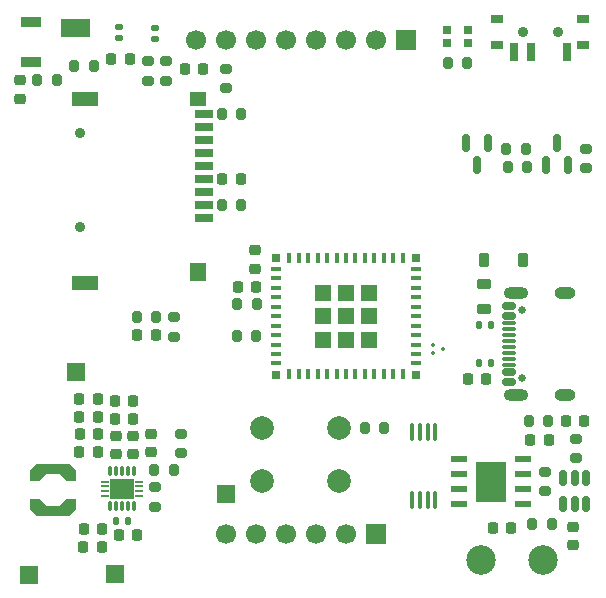
<source format=gbr>
%TF.GenerationSoftware,KiCad,Pcbnew,9.0.1*%
%TF.CreationDate,2025-09-05T18:40:03+02:00*%
%TF.ProjectId,cartouche v1,63617274-6f75-4636-9865-2076312e6b69,rev?*%
%TF.SameCoordinates,Original*%
%TF.FileFunction,Soldermask,Top*%
%TF.FilePolarity,Negative*%
%FSLAX46Y46*%
G04 Gerber Fmt 4.6, Leading zero omitted, Abs format (unit mm)*
G04 Created by KiCad (PCBNEW 9.0.1) date 2025-09-05 18:40:03*
%MOMM*%
%LPD*%
G01*
G04 APERTURE LIST*
G04 Aperture macros list*
%AMRoundRect*
0 Rectangle with rounded corners*
0 $1 Rounding radius*
0 $2 $3 $4 $5 $6 $7 $8 $9 X,Y pos of 4 corners*
0 Add a 4 corners polygon primitive as box body*
4,1,4,$2,$3,$4,$5,$6,$7,$8,$9,$2,$3,0*
0 Add four circle primitives for the rounded corners*
1,1,$1+$1,$2,$3*
1,1,$1+$1,$4,$5*
1,1,$1+$1,$6,$7*
1,1,$1+$1,$8,$9*
0 Add four rect primitives between the rounded corners*
20,1,$1+$1,$2,$3,$4,$5,0*
20,1,$1+$1,$4,$5,$6,$7,0*
20,1,$1+$1,$6,$7,$8,$9,0*
20,1,$1+$1,$8,$9,$2,$3,0*%
%AMFreePoly0*
4,1,11,1.015000,1.170000,0.435000,0.575000,0.435000,-0.575000,1.015000,-1.170000,1.015000,-1.945000,0.125000,-1.945000,-0.435000,-1.395000,-0.435000,1.395000,0.125000,1.945000,1.015000,1.945000,1.015000,1.170000,1.015000,1.170000,$1*%
%AMFreePoly1*
4,1,11,0.435000,1.395000,0.435000,-1.395000,-0.125000,-1.945000,-1.015000,-1.945000,-1.015000,-1.170000,-0.435000,-0.575000,-0.435000,0.575000,-1.015000,1.170000,-1.015000,1.945000,-0.125000,1.945000,0.435000,1.395000,0.435000,1.395000,$1*%
%AMFreePoly2*
4,1,6,1.000000,0.000000,0.500000,-0.750000,-0.500000,-0.750000,-0.500000,0.750000,0.500000,0.750000,1.000000,0.000000,1.000000,0.000000,$1*%
%AMFreePoly3*
4,1,6,0.500000,-0.750000,-0.650000,-0.750000,-0.150000,0.000000,-0.650000,0.750000,0.500000,0.750000,0.500000,-0.750000,0.500000,-0.750000,$1*%
G04 Aperture macros list end*
%ADD10C,0.650000*%
%ADD11RoundRect,0.150000X0.425000X-0.150000X0.425000X0.150000X-0.425000X0.150000X-0.425000X-0.150000X0*%
%ADD12RoundRect,0.075000X0.500000X-0.075000X0.500000X0.075000X-0.500000X0.075000X-0.500000X-0.075000X0*%
%ADD13O,2.100000X1.000000*%
%ADD14O,1.800000X1.000000*%
%ADD15R,1.000000X0.800000*%
%ADD16C,0.900000*%
%ADD17R,0.700000X1.500000*%
%ADD18R,1.600000X0.700000*%
%ADD19R,2.200000X1.200000*%
%ADD20R,1.400000X1.600000*%
%ADD21R,1.400000X1.200000*%
%ADD22RoundRect,0.200000X0.200000X0.275000X-0.200000X0.275000X-0.200000X-0.275000X0.200000X-0.275000X0*%
%ADD23RoundRect,0.200000X-0.200000X-0.275000X0.200000X-0.275000X0.200000X0.275000X-0.200000X0.275000X0*%
%ADD24RoundRect,0.200000X-0.275000X0.200000X-0.275000X-0.200000X0.275000X-0.200000X0.275000X0.200000X0*%
%ADD25RoundRect,0.135000X0.135000X0.185000X-0.135000X0.185000X-0.135000X-0.185000X0.135000X-0.185000X0*%
%ADD26RoundRect,0.200000X0.275000X-0.200000X0.275000X0.200000X-0.275000X0.200000X-0.275000X-0.200000X0*%
%ADD27RoundRect,0.075000X-0.075000X0.075000X-0.075000X-0.075000X0.075000X-0.075000X0.075000X0.075000X0*%
%ADD28RoundRect,0.225000X0.225000X0.250000X-0.225000X0.250000X-0.225000X-0.250000X0.225000X-0.250000X0*%
%ADD29RoundRect,0.225000X-0.225000X-0.250000X0.225000X-0.250000X0.225000X0.250000X-0.225000X0.250000X0*%
%ADD30R,1.500000X1.500000*%
%ADD31R,0.280000X0.280000*%
%ADD32O,0.280000X0.850000*%
%ADD33R,0.600000X0.230000*%
%ADD34R,0.700000X0.250000*%
%ADD35R,0.900000X0.650000*%
%ADD36R,2.150000X1.700000*%
%ADD37C,2.000000*%
%ADD38RoundRect,0.225000X-0.250000X0.225000X-0.250000X-0.225000X0.250000X-0.225000X0.250000X0.225000X0*%
%ADD39R,0.700000X0.700000*%
%ADD40RoundRect,0.225000X0.225000X0.375000X-0.225000X0.375000X-0.225000X-0.375000X0.225000X-0.375000X0*%
%ADD41FreePoly0,90.000000*%
%ADD42FreePoly1,90.000000*%
%ADD43RoundRect,0.150000X0.150000X-0.587500X0.150000X0.587500X-0.150000X0.587500X-0.150000X-0.587500X0*%
%ADD44R,1.700000X0.900000*%
%ADD45RoundRect,0.147500X0.172500X-0.147500X0.172500X0.147500X-0.172500X0.147500X-0.172500X-0.147500X0*%
%ADD46RoundRect,0.218750X0.381250X-0.218750X0.381250X0.218750X-0.381250X0.218750X-0.381250X-0.218750X0*%
%ADD47R,1.700000X1.700000*%
%ADD48C,1.700000*%
%ADD49R,1.454899X0.558000*%
%ADD50R,2.514600X3.403600*%
%ADD51RoundRect,0.135000X-0.135000X-0.185000X0.135000X-0.185000X0.135000X0.185000X-0.135000X0.185000X0*%
%ADD52RoundRect,0.225000X0.250000X-0.225000X0.250000X0.225000X-0.250000X0.225000X-0.250000X-0.225000X0*%
%ADD53RoundRect,0.150000X-0.150000X0.512500X-0.150000X-0.512500X0.150000X-0.512500X0.150000X0.512500X0*%
%ADD54FreePoly2,0.000000*%
%ADD55FreePoly3,0.000000*%
%ADD56RoundRect,0.150000X-0.150000X0.587500X-0.150000X-0.587500X0.150000X-0.587500X0.150000X0.587500X0*%
%ADD57R,0.812800X0.406400*%
%ADD58R,0.406400X0.812800*%
%ADD59R,1.447800X1.447800*%
%ADD60R,0.711200X0.711200*%
%ADD61RoundRect,0.100000X0.100000X-0.637500X0.100000X0.637500X-0.100000X0.637500X-0.100000X-0.637500X0*%
%ADD62C,2.500000*%
%ADD63RoundRect,0.218750X0.218750X0.256250X-0.218750X0.256250X-0.218750X-0.256250X0.218750X-0.256250X0*%
G04 APERTURE END LIST*
%TO.C,BMS*%
G36*
X130000000Y-79550000D02*
G01*
X132450000Y-79550000D01*
X132450000Y-81050000D01*
X130000000Y-81050000D01*
X130000000Y-79550000D01*
G37*
%TD*%
D10*
%TO.C,USB-C*%
X168985000Y-109940000D03*
X168985000Y-104160000D03*
D11*
X167910000Y-110250000D03*
X167910000Y-109450000D03*
D12*
X167910000Y-108300000D03*
X167910000Y-107300000D03*
X167910000Y-106800000D03*
X167910000Y-105800000D03*
D11*
X167910000Y-104650000D03*
X167910000Y-103850000D03*
X167910000Y-103850000D03*
X167910000Y-104650000D03*
D12*
X167910000Y-105300000D03*
X167910000Y-106300000D03*
X167910000Y-107800000D03*
X167910000Y-108800000D03*
D11*
X167910000Y-109450000D03*
X167910000Y-110250000D03*
D13*
X168485000Y-111370000D03*
D14*
X172665000Y-111370000D03*
D13*
X168485000Y-102730000D03*
D14*
X172665000Y-102730000D03*
%TD*%
D15*
%TO.C,switch_ON/OFF*%
X174200000Y-81710000D03*
X174200000Y-79500000D03*
D16*
X172050000Y-80600000D03*
X169050000Y-80600000D03*
D15*
X166900000Y-81710000D03*
X166900000Y-79500000D03*
D17*
X172800000Y-82360000D03*
X169800000Y-82360000D03*
X168300000Y-82360000D03*
%TD*%
D16*
%TO.C,MicroSD*%
X131587500Y-97150000D03*
X131587500Y-89150000D03*
D18*
X142087500Y-96350000D03*
X142087500Y-95250000D03*
X142087500Y-94150000D03*
X142087500Y-93050000D03*
X142087500Y-91950000D03*
X142087500Y-90850000D03*
X142087500Y-89750000D03*
X142087500Y-88650000D03*
X142087500Y-87550000D03*
D19*
X131987500Y-101850000D03*
D20*
X141587500Y-100950000D03*
D19*
X131987500Y-86350000D03*
D21*
X141587500Y-86350000D03*
%TD*%
D22*
%TO.C,R4*%
X129625000Y-84700000D03*
X127975000Y-84700000D03*
%TD*%
D23*
%TO.C,R13*%
X137875000Y-117700000D03*
X139525000Y-117700000D03*
%TD*%
D24*
%TO.C,R24*%
X138850000Y-83125000D03*
X138850000Y-84775000D03*
%TD*%
D25*
%TO.C,R16*%
X166410000Y-108650000D03*
X165390000Y-108650000D03*
%TD*%
D26*
%TO.C,R21*%
X143900000Y-85400000D03*
X143900000Y-83750000D03*
%TD*%
D27*
%TO.C,U1*%
X161475000Y-107150000D03*
X161475000Y-107850000D03*
X162325000Y-107500000D03*
%TD*%
D28*
%TO.C,C4*%
X137975000Y-106300000D03*
X136425000Y-106300000D03*
%TD*%
D29*
%TO.C,C18*%
X164425000Y-110000000D03*
X165975000Y-110000000D03*
%TD*%
D30*
%TO.C,GND*%
X127300000Y-126600000D03*
%TD*%
D31*
%TO.C,U_polux1*%
X134125000Y-121060000D03*
D32*
X134125000Y-120775000D03*
D31*
X134625000Y-121060000D03*
D32*
X134625000Y-120775000D03*
D31*
X135125000Y-121060000D03*
D32*
X135125000Y-120775000D03*
D31*
X135625000Y-121060000D03*
D32*
X135625000Y-120775000D03*
D31*
X136125000Y-121060000D03*
D32*
X136125000Y-120775000D03*
X136125000Y-117825000D03*
D31*
X136125000Y-117540000D03*
D32*
X135625000Y-117825000D03*
D31*
X135625000Y-117540000D03*
D32*
X135125000Y-117825000D03*
D31*
X135125000Y-117540000D03*
D32*
X134625000Y-117825000D03*
D31*
X134625000Y-117540000D03*
D32*
X134125000Y-117825000D03*
D31*
X134125000Y-117540000D03*
D33*
X133700000Y-119900000D03*
D34*
X133700000Y-119900000D03*
D33*
X136550000Y-119900000D03*
D34*
X136550000Y-119900000D03*
D35*
X134565000Y-119735000D03*
X135685000Y-119735000D03*
D33*
X133700000Y-119500000D03*
D34*
X133700000Y-119500000D03*
D33*
X136550000Y-119500000D03*
D34*
X136550000Y-119500000D03*
D36*
X135125000Y-119300000D03*
D33*
X133700000Y-119100000D03*
D34*
X133700000Y-119100000D03*
D33*
X136550000Y-119100000D03*
D34*
X136550000Y-119100000D03*
D35*
X134565000Y-118865000D03*
X135685000Y-118865000D03*
D33*
X133700000Y-118700000D03*
D34*
X133700000Y-118700000D03*
D33*
X136550000Y-118700000D03*
D34*
X136550000Y-118700000D03*
%TD*%
D29*
%TO.C,C12*%
X131525000Y-116200000D03*
X133075000Y-116200000D03*
%TD*%
D24*
%TO.C,R10*%
X174400000Y-90500000D03*
X174400000Y-92150000D03*
%TD*%
D37*
%TO.C,S1*%
X147024999Y-114150000D03*
X153524999Y-114150000D03*
X147024999Y-118650000D03*
X153524999Y-118650000D03*
%TD*%
D38*
%TO.C,C11*%
X134600000Y-114825000D03*
X134600000Y-116375000D03*
%TD*%
D29*
%TO.C,C15*%
X131525000Y-113200000D03*
X133075000Y-113200000D03*
%TD*%
D39*
%TO.C,LED_RGB1*%
X164465000Y-81600000D03*
X164465000Y-80500000D03*
X162635000Y-80500000D03*
X162635000Y-81600000D03*
%TD*%
D40*
%TO.C,D1*%
X169100000Y-99900000D03*
X165800000Y-99900000D03*
%TD*%
D41*
%TO.C,U_coil_polux1*%
X129300000Y-121165000D03*
D42*
X129300000Y-117635000D03*
%TD*%
D43*
%TO.C,Q1*%
X171000000Y-91900000D03*
X172900000Y-91900000D03*
X171950000Y-90025000D03*
%TD*%
D24*
%TO.C,R14*%
X140100000Y-114650000D03*
X140100000Y-116300000D03*
%TD*%
D23*
%TO.C,R18*%
X143575000Y-95300000D03*
X145225000Y-95300000D03*
%TD*%
D44*
%TO.C,SW1*%
X127400000Y-79800000D03*
X127400000Y-83200000D03*
%TD*%
D24*
%TO.C,R6*%
X139500000Y-104775000D03*
X139500000Y-106425000D03*
%TD*%
D28*
%TO.C,C16*%
X136075000Y-113400000D03*
X134525000Y-113400000D03*
%TD*%
D45*
%TO.C,charge*%
X137950000Y-81235000D03*
X137950000Y-80265000D03*
%TD*%
D38*
%TO.C,C3*%
X126500000Y-84725000D03*
X126500000Y-86275000D03*
%TD*%
D22*
%TO.C,R19*%
X145225000Y-87600000D03*
X143575000Y-87600000D03*
%TD*%
D46*
%TO.C,L1*%
X165800000Y-104112500D03*
X165800000Y-101987500D03*
%TD*%
D22*
%TO.C,R3*%
X157325000Y-114200000D03*
X155675000Y-114200000D03*
%TD*%
D30*
%TO.C,5V+1*%
X143900000Y-119750000D03*
%TD*%
D24*
%TO.C,R26*%
X137350000Y-83125000D03*
X137350000Y-84775000D03*
%TD*%
D30*
%TO.C,VIN*%
X134500000Y-126500000D03*
%TD*%
D23*
%TO.C,R11*%
X167775000Y-92100000D03*
X169425000Y-92100000D03*
%TD*%
%TO.C,R1*%
X144875000Y-103700000D03*
X146525000Y-103700000D03*
%TD*%
D38*
%TO.C,C10*%
X136100000Y-114825000D03*
X136100000Y-116375000D03*
%TD*%
D28*
%TO.C,C7*%
X136425000Y-123225000D03*
X134875000Y-123225000D03*
%TD*%
D47*
%TO.C,SCREEN*%
X159164999Y-81300000D03*
D48*
X156624999Y-81300000D03*
X154084999Y-81300000D03*
X151544999Y-81300000D03*
X149004999Y-81300000D03*
X146464999Y-81300000D03*
X143924999Y-81300000D03*
X141384999Y-81300000D03*
%TD*%
D24*
%TO.C,R23*%
X170978652Y-117870000D03*
X170978652Y-119520000D03*
%TD*%
D49*
%TO.C,U_TC4056A1*%
X169121348Y-120605000D03*
D50*
X166400000Y-118700000D03*
D49*
X169121348Y-119335000D03*
X169121348Y-118065000D03*
X169121348Y-116795000D03*
X163678652Y-116795000D03*
X163678652Y-118065000D03*
X163678652Y-119335000D03*
X163678652Y-120605000D03*
%TD*%
D51*
%TO.C,R15*%
X165390000Y-105450000D03*
X166410000Y-105450000D03*
%TD*%
D29*
%TO.C,C8*%
X131875000Y-122725000D03*
X133425000Y-122725000D03*
%TD*%
D38*
%TO.C,C1*%
X146400000Y-99125000D03*
X146400000Y-100675000D03*
%TD*%
D22*
%TO.C,R20*%
X146500000Y-106400000D03*
X144850000Y-106400000D03*
%TD*%
%TO.C,R5*%
X132725000Y-83550000D03*
X131075000Y-83550000D03*
%TD*%
D29*
%TO.C,C6*%
X131850000Y-124225000D03*
X133400000Y-124225000D03*
%TD*%
D52*
%TO.C,C22*%
X173300000Y-124075000D03*
X173300000Y-122525000D03*
%TD*%
D47*
%TO.C,J2*%
X156624999Y-123100000D03*
D48*
X154084999Y-123100000D03*
X151544999Y-123100000D03*
X149004999Y-123100000D03*
X146464999Y-123100000D03*
X143924999Y-123100000D03*
%TD*%
D53*
%TO.C,U_DW01A1*%
X174400000Y-118362500D03*
X173450000Y-118362500D03*
X172500000Y-118362500D03*
X172500000Y-120637500D03*
X173450000Y-120637500D03*
X174400000Y-120637500D03*
%TD*%
D29*
%TO.C,C2*%
X144925000Y-102200000D03*
X146475000Y-102200000D03*
%TD*%
%TO.C,C13*%
X131525000Y-111700000D03*
X133075000Y-111700000D03*
%TD*%
D54*
%TO.C,BMS*%
X130500000Y-80300000D03*
D55*
X131950000Y-80300000D03*
%TD*%
D51*
%TO.C,R8*%
X134615000Y-122000000D03*
X135635000Y-122000000D03*
%TD*%
D23*
%TO.C,R7*%
X162725000Y-83250000D03*
X164375000Y-83250000D03*
%TD*%
D56*
%TO.C,Q2*%
X166150000Y-90000000D03*
X164250000Y-90000000D03*
X165200000Y-91875000D03*
%TD*%
D23*
%TO.C,R2*%
X136375000Y-104800000D03*
X138025000Y-104800000D03*
%TD*%
D24*
%TO.C,R12*%
X137900000Y-119175000D03*
X137900000Y-120825000D03*
%TD*%
D29*
%TO.C,C23*%
X166550000Y-122600000D03*
X168100000Y-122600000D03*
%TD*%
D57*
%TO.C,ESP32-C3*%
X148200002Y-100700000D03*
X148200002Y-101500001D03*
X148200002Y-102300000D03*
X148200002Y-103100001D03*
X148200002Y-103899999D03*
X148200002Y-104700000D03*
X148200002Y-105500001D03*
X148200002Y-106299999D03*
X148200002Y-107100000D03*
X148200002Y-107899999D03*
X148200002Y-108700000D03*
D58*
X149299999Y-109600000D03*
X150100000Y-109600000D03*
X150900001Y-109600000D03*
X151700000Y-109600000D03*
X152500001Y-109600000D03*
X153299999Y-109600000D03*
X154100000Y-109600000D03*
X154900001Y-109600000D03*
X155699999Y-109600000D03*
X156500000Y-109600000D03*
X157299999Y-109600000D03*
X158100000Y-109600000D03*
X158899998Y-109600000D03*
D57*
X159999998Y-108700000D03*
X159999998Y-107899999D03*
X159999998Y-107100000D03*
X159999998Y-106299999D03*
X159999998Y-105500001D03*
X159999998Y-104700000D03*
X159999998Y-103899999D03*
X159999998Y-103100001D03*
X159999998Y-102300000D03*
X159999998Y-101500001D03*
X159999998Y-100700000D03*
D58*
X158900001Y-99800000D03*
X158100000Y-99800000D03*
X157299999Y-99800000D03*
X156500000Y-99800000D03*
X155699999Y-99800000D03*
X154900001Y-99800000D03*
X154100000Y-99800000D03*
X153299999Y-99800000D03*
X152500001Y-99800000D03*
X151700000Y-99800000D03*
X150900001Y-99800000D03*
X150100000Y-99800000D03*
X149300002Y-99800000D03*
D59*
X152125000Y-102725000D03*
X152125000Y-104700000D03*
X152125000Y-106675000D03*
X154100000Y-102725000D03*
X154100000Y-104700000D03*
X154100000Y-106675000D03*
X156075000Y-102725000D03*
X156075000Y-104700000D03*
X156075000Y-106675000D03*
D60*
X160050000Y-99750000D03*
X160050000Y-109650000D03*
X148150000Y-109650000D03*
X148150000Y-99750000D03*
%TD*%
D28*
%TO.C,C5*%
X135775000Y-82900000D03*
X134225000Y-82900000D03*
%TD*%
D61*
%TO.C,Q3*%
X159703652Y-120262500D03*
X160353652Y-120262500D03*
X161003652Y-120262500D03*
X161653652Y-120262500D03*
X161653652Y-114537500D03*
X161003652Y-114537500D03*
X160353652Y-114537500D03*
X159703652Y-114537500D03*
%TD*%
D26*
%TO.C,R22*%
X173578652Y-116720000D03*
X173578652Y-115070000D03*
%TD*%
D29*
%TO.C,C19*%
X143625000Y-93100000D03*
X145175000Y-93100000D03*
%TD*%
D23*
%TO.C,R25*%
X169850000Y-122300000D03*
X171500000Y-122300000D03*
%TD*%
D30*
%TO.C,3V3*%
X131200000Y-109400000D03*
%TD*%
D23*
%TO.C,R9*%
X167675000Y-90500000D03*
X169325000Y-90500000D03*
%TD*%
%TO.C,R17*%
X169550000Y-113600000D03*
X171200000Y-113600000D03*
%TD*%
D28*
%TO.C,C14*%
X136075000Y-111900000D03*
X134525000Y-111900000D03*
%TD*%
D62*
%TO.C,BAT-*%
X165500000Y-125300000D03*
%TD*%
%TO.C,BAT+*%
X170800000Y-125300000D03*
%TD*%
D29*
%TO.C,C17*%
X131550000Y-114700000D03*
X133100000Y-114700000D03*
%TD*%
%TO.C,C20*%
X140425000Y-83800000D03*
X141975000Y-83800000D03*
%TD*%
D52*
%TO.C,C9*%
X137600000Y-116200000D03*
X137600000Y-114650000D03*
%TD*%
D29*
%TO.C,C21*%
X169703652Y-115195000D03*
X171253652Y-115195000D03*
%TD*%
D45*
%TO.C,charged*%
X134900000Y-81185000D03*
X134900000Y-80215000D03*
%TD*%
D63*
%TO.C,LED1*%
X174287500Y-113600000D03*
X172712500Y-113600000D03*
%TD*%
M02*

</source>
